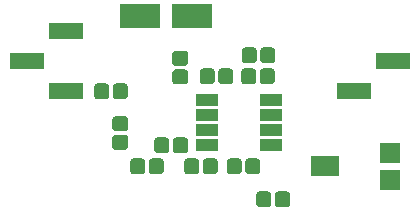
<source format=gbr>
G04 #@! TF.GenerationSoftware,KiCad,Pcbnew,5.0.0*
G04 #@! TF.CreationDate,2018-08-15T22:04:15+02:00*
G04 #@! TF.ProjectId,active_filter,6163746976655F66696C7465722E6B69,rev?*
G04 #@! TF.SameCoordinates,Original*
G04 #@! TF.FileFunction,Soldermask,Top*
G04 #@! TF.FilePolarity,Negative*
%FSLAX46Y46*%
G04 Gerber Fmt 4.6, Leading zero omitted, Abs format (unit mm)*
G04 Created by KiCad (PCBNEW 5.0.0) date Wed Aug 15 22:04:15 2018*
%MOMM*%
%LPD*%
G01*
G04 APERTURE LIST*
%ADD10R,1.950000X1.000000*%
%ADD11C,0.100000*%
%ADD12C,1.275000*%
%ADD13R,3.400000X2.000000*%
%ADD14R,2.910000X1.400000*%
%ADD15R,1.700000X1.700000*%
%ADD16R,2.400000X1.700000*%
G04 APERTURE END LIST*
D10*
G04 #@! TO.C,U1*
X35527000Y-32512000D03*
X35527000Y-33782000D03*
X35527000Y-35052000D03*
X35527000Y-36322000D03*
X40927000Y-36322000D03*
X40927000Y-35052000D03*
X40927000Y-33782000D03*
X40927000Y-32512000D03*
G04 #@! TD*
D11*
G04 #@! TO.C,C2*
G36*
X34588993Y-37426535D02*
X34619935Y-37431125D01*
X34650278Y-37438725D01*
X34679730Y-37449263D01*
X34708008Y-37462638D01*
X34734838Y-37478719D01*
X34759963Y-37497353D01*
X34783140Y-37518360D01*
X34804147Y-37541537D01*
X34822781Y-37566662D01*
X34838862Y-37593492D01*
X34852237Y-37621770D01*
X34862775Y-37651222D01*
X34870375Y-37681565D01*
X34874965Y-37712507D01*
X34876500Y-37743750D01*
X34876500Y-38456250D01*
X34874965Y-38487493D01*
X34870375Y-38518435D01*
X34862775Y-38548778D01*
X34852237Y-38578230D01*
X34838862Y-38606508D01*
X34822781Y-38633338D01*
X34804147Y-38658463D01*
X34783140Y-38681640D01*
X34759963Y-38702647D01*
X34734838Y-38721281D01*
X34708008Y-38737362D01*
X34679730Y-38750737D01*
X34650278Y-38761275D01*
X34619935Y-38768875D01*
X34588993Y-38773465D01*
X34557750Y-38775000D01*
X33920250Y-38775000D01*
X33889007Y-38773465D01*
X33858065Y-38768875D01*
X33827722Y-38761275D01*
X33798270Y-38750737D01*
X33769992Y-38737362D01*
X33743162Y-38721281D01*
X33718037Y-38702647D01*
X33694860Y-38681640D01*
X33673853Y-38658463D01*
X33655219Y-38633338D01*
X33639138Y-38606508D01*
X33625763Y-38578230D01*
X33615225Y-38548778D01*
X33607625Y-38518435D01*
X33603035Y-38487493D01*
X33601500Y-38456250D01*
X33601500Y-37743750D01*
X33603035Y-37712507D01*
X33607625Y-37681565D01*
X33615225Y-37651222D01*
X33625763Y-37621770D01*
X33639138Y-37593492D01*
X33655219Y-37566662D01*
X33673853Y-37541537D01*
X33694860Y-37518360D01*
X33718037Y-37497353D01*
X33743162Y-37478719D01*
X33769992Y-37462638D01*
X33798270Y-37449263D01*
X33827722Y-37438725D01*
X33858065Y-37431125D01*
X33889007Y-37426535D01*
X33920250Y-37425000D01*
X34557750Y-37425000D01*
X34588993Y-37426535D01*
X34588993Y-37426535D01*
G37*
D12*
X34239000Y-38100000D03*
D11*
G36*
X36163993Y-37426535D02*
X36194935Y-37431125D01*
X36225278Y-37438725D01*
X36254730Y-37449263D01*
X36283008Y-37462638D01*
X36309838Y-37478719D01*
X36334963Y-37497353D01*
X36358140Y-37518360D01*
X36379147Y-37541537D01*
X36397781Y-37566662D01*
X36413862Y-37593492D01*
X36427237Y-37621770D01*
X36437775Y-37651222D01*
X36445375Y-37681565D01*
X36449965Y-37712507D01*
X36451500Y-37743750D01*
X36451500Y-38456250D01*
X36449965Y-38487493D01*
X36445375Y-38518435D01*
X36437775Y-38548778D01*
X36427237Y-38578230D01*
X36413862Y-38606508D01*
X36397781Y-38633338D01*
X36379147Y-38658463D01*
X36358140Y-38681640D01*
X36334963Y-38702647D01*
X36309838Y-38721281D01*
X36283008Y-38737362D01*
X36254730Y-38750737D01*
X36225278Y-38761275D01*
X36194935Y-38768875D01*
X36163993Y-38773465D01*
X36132750Y-38775000D01*
X35495250Y-38775000D01*
X35464007Y-38773465D01*
X35433065Y-38768875D01*
X35402722Y-38761275D01*
X35373270Y-38750737D01*
X35344992Y-38737362D01*
X35318162Y-38721281D01*
X35293037Y-38702647D01*
X35269860Y-38681640D01*
X35248853Y-38658463D01*
X35230219Y-38633338D01*
X35214138Y-38606508D01*
X35200763Y-38578230D01*
X35190225Y-38548778D01*
X35182625Y-38518435D01*
X35178035Y-38487493D01*
X35176500Y-38456250D01*
X35176500Y-37743750D01*
X35178035Y-37712507D01*
X35182625Y-37681565D01*
X35190225Y-37651222D01*
X35200763Y-37621770D01*
X35214138Y-37593492D01*
X35230219Y-37566662D01*
X35248853Y-37541537D01*
X35269860Y-37518360D01*
X35293037Y-37497353D01*
X35318162Y-37478719D01*
X35344992Y-37462638D01*
X35373270Y-37449263D01*
X35402722Y-37438725D01*
X35433065Y-37431125D01*
X35464007Y-37426535D01*
X35495250Y-37425000D01*
X36132750Y-37425000D01*
X36163993Y-37426535D01*
X36163993Y-37426535D01*
G37*
D12*
X35814000Y-38100000D03*
G04 #@! TD*
D11*
G04 #@! TO.C,C0*
G36*
X26968993Y-31076535D02*
X26999935Y-31081125D01*
X27030278Y-31088725D01*
X27059730Y-31099263D01*
X27088008Y-31112638D01*
X27114838Y-31128719D01*
X27139963Y-31147353D01*
X27163140Y-31168360D01*
X27184147Y-31191537D01*
X27202781Y-31216662D01*
X27218862Y-31243492D01*
X27232237Y-31271770D01*
X27242775Y-31301222D01*
X27250375Y-31331565D01*
X27254965Y-31362507D01*
X27256500Y-31393750D01*
X27256500Y-32106250D01*
X27254965Y-32137493D01*
X27250375Y-32168435D01*
X27242775Y-32198778D01*
X27232237Y-32228230D01*
X27218862Y-32256508D01*
X27202781Y-32283338D01*
X27184147Y-32308463D01*
X27163140Y-32331640D01*
X27139963Y-32352647D01*
X27114838Y-32371281D01*
X27088008Y-32387362D01*
X27059730Y-32400737D01*
X27030278Y-32411275D01*
X26999935Y-32418875D01*
X26968993Y-32423465D01*
X26937750Y-32425000D01*
X26300250Y-32425000D01*
X26269007Y-32423465D01*
X26238065Y-32418875D01*
X26207722Y-32411275D01*
X26178270Y-32400737D01*
X26149992Y-32387362D01*
X26123162Y-32371281D01*
X26098037Y-32352647D01*
X26074860Y-32331640D01*
X26053853Y-32308463D01*
X26035219Y-32283338D01*
X26019138Y-32256508D01*
X26005763Y-32228230D01*
X25995225Y-32198778D01*
X25987625Y-32168435D01*
X25983035Y-32137493D01*
X25981500Y-32106250D01*
X25981500Y-31393750D01*
X25983035Y-31362507D01*
X25987625Y-31331565D01*
X25995225Y-31301222D01*
X26005763Y-31271770D01*
X26019138Y-31243492D01*
X26035219Y-31216662D01*
X26053853Y-31191537D01*
X26074860Y-31168360D01*
X26098037Y-31147353D01*
X26123162Y-31128719D01*
X26149992Y-31112638D01*
X26178270Y-31099263D01*
X26207722Y-31088725D01*
X26238065Y-31081125D01*
X26269007Y-31076535D01*
X26300250Y-31075000D01*
X26937750Y-31075000D01*
X26968993Y-31076535D01*
X26968993Y-31076535D01*
G37*
D12*
X26619000Y-31750000D03*
D11*
G36*
X28543993Y-31076535D02*
X28574935Y-31081125D01*
X28605278Y-31088725D01*
X28634730Y-31099263D01*
X28663008Y-31112638D01*
X28689838Y-31128719D01*
X28714963Y-31147353D01*
X28738140Y-31168360D01*
X28759147Y-31191537D01*
X28777781Y-31216662D01*
X28793862Y-31243492D01*
X28807237Y-31271770D01*
X28817775Y-31301222D01*
X28825375Y-31331565D01*
X28829965Y-31362507D01*
X28831500Y-31393750D01*
X28831500Y-32106250D01*
X28829965Y-32137493D01*
X28825375Y-32168435D01*
X28817775Y-32198778D01*
X28807237Y-32228230D01*
X28793862Y-32256508D01*
X28777781Y-32283338D01*
X28759147Y-32308463D01*
X28738140Y-32331640D01*
X28714963Y-32352647D01*
X28689838Y-32371281D01*
X28663008Y-32387362D01*
X28634730Y-32400737D01*
X28605278Y-32411275D01*
X28574935Y-32418875D01*
X28543993Y-32423465D01*
X28512750Y-32425000D01*
X27875250Y-32425000D01*
X27844007Y-32423465D01*
X27813065Y-32418875D01*
X27782722Y-32411275D01*
X27753270Y-32400737D01*
X27724992Y-32387362D01*
X27698162Y-32371281D01*
X27673037Y-32352647D01*
X27649860Y-32331640D01*
X27628853Y-32308463D01*
X27610219Y-32283338D01*
X27594138Y-32256508D01*
X27580763Y-32228230D01*
X27570225Y-32198778D01*
X27562625Y-32168435D01*
X27558035Y-32137493D01*
X27556500Y-32106250D01*
X27556500Y-31393750D01*
X27558035Y-31362507D01*
X27562625Y-31331565D01*
X27570225Y-31301222D01*
X27580763Y-31271770D01*
X27594138Y-31243492D01*
X27610219Y-31216662D01*
X27628853Y-31191537D01*
X27649860Y-31168360D01*
X27673037Y-31147353D01*
X27698162Y-31128719D01*
X27724992Y-31112638D01*
X27753270Y-31099263D01*
X27782722Y-31088725D01*
X27813065Y-31081125D01*
X27844007Y-31076535D01*
X27875250Y-31075000D01*
X28512750Y-31075000D01*
X28543993Y-31076535D01*
X28543993Y-31076535D01*
G37*
D12*
X28194000Y-31750000D03*
G04 #@! TD*
D11*
G04 #@! TO.C,C1*
G36*
X40710493Y-40220535D02*
X40741435Y-40225125D01*
X40771778Y-40232725D01*
X40801230Y-40243263D01*
X40829508Y-40256638D01*
X40856338Y-40272719D01*
X40881463Y-40291353D01*
X40904640Y-40312360D01*
X40925647Y-40335537D01*
X40944281Y-40360662D01*
X40960362Y-40387492D01*
X40973737Y-40415770D01*
X40984275Y-40445222D01*
X40991875Y-40475565D01*
X40996465Y-40506507D01*
X40998000Y-40537750D01*
X40998000Y-41250250D01*
X40996465Y-41281493D01*
X40991875Y-41312435D01*
X40984275Y-41342778D01*
X40973737Y-41372230D01*
X40960362Y-41400508D01*
X40944281Y-41427338D01*
X40925647Y-41452463D01*
X40904640Y-41475640D01*
X40881463Y-41496647D01*
X40856338Y-41515281D01*
X40829508Y-41531362D01*
X40801230Y-41544737D01*
X40771778Y-41555275D01*
X40741435Y-41562875D01*
X40710493Y-41567465D01*
X40679250Y-41569000D01*
X40041750Y-41569000D01*
X40010507Y-41567465D01*
X39979565Y-41562875D01*
X39949222Y-41555275D01*
X39919770Y-41544737D01*
X39891492Y-41531362D01*
X39864662Y-41515281D01*
X39839537Y-41496647D01*
X39816360Y-41475640D01*
X39795353Y-41452463D01*
X39776719Y-41427338D01*
X39760638Y-41400508D01*
X39747263Y-41372230D01*
X39736725Y-41342778D01*
X39729125Y-41312435D01*
X39724535Y-41281493D01*
X39723000Y-41250250D01*
X39723000Y-40537750D01*
X39724535Y-40506507D01*
X39729125Y-40475565D01*
X39736725Y-40445222D01*
X39747263Y-40415770D01*
X39760638Y-40387492D01*
X39776719Y-40360662D01*
X39795353Y-40335537D01*
X39816360Y-40312360D01*
X39839537Y-40291353D01*
X39864662Y-40272719D01*
X39891492Y-40256638D01*
X39919770Y-40243263D01*
X39949222Y-40232725D01*
X39979565Y-40225125D01*
X40010507Y-40220535D01*
X40041750Y-40219000D01*
X40679250Y-40219000D01*
X40710493Y-40220535D01*
X40710493Y-40220535D01*
G37*
D12*
X40360500Y-40894000D03*
D11*
G36*
X42285493Y-40220535D02*
X42316435Y-40225125D01*
X42346778Y-40232725D01*
X42376230Y-40243263D01*
X42404508Y-40256638D01*
X42431338Y-40272719D01*
X42456463Y-40291353D01*
X42479640Y-40312360D01*
X42500647Y-40335537D01*
X42519281Y-40360662D01*
X42535362Y-40387492D01*
X42548737Y-40415770D01*
X42559275Y-40445222D01*
X42566875Y-40475565D01*
X42571465Y-40506507D01*
X42573000Y-40537750D01*
X42573000Y-41250250D01*
X42571465Y-41281493D01*
X42566875Y-41312435D01*
X42559275Y-41342778D01*
X42548737Y-41372230D01*
X42535362Y-41400508D01*
X42519281Y-41427338D01*
X42500647Y-41452463D01*
X42479640Y-41475640D01*
X42456463Y-41496647D01*
X42431338Y-41515281D01*
X42404508Y-41531362D01*
X42376230Y-41544737D01*
X42346778Y-41555275D01*
X42316435Y-41562875D01*
X42285493Y-41567465D01*
X42254250Y-41569000D01*
X41616750Y-41569000D01*
X41585507Y-41567465D01*
X41554565Y-41562875D01*
X41524222Y-41555275D01*
X41494770Y-41544737D01*
X41466492Y-41531362D01*
X41439662Y-41515281D01*
X41414537Y-41496647D01*
X41391360Y-41475640D01*
X41370353Y-41452463D01*
X41351719Y-41427338D01*
X41335638Y-41400508D01*
X41322263Y-41372230D01*
X41311725Y-41342778D01*
X41304125Y-41312435D01*
X41299535Y-41281493D01*
X41298000Y-41250250D01*
X41298000Y-40537750D01*
X41299535Y-40506507D01*
X41304125Y-40475565D01*
X41311725Y-40445222D01*
X41322263Y-40415770D01*
X41335638Y-40387492D01*
X41351719Y-40360662D01*
X41370353Y-40335537D01*
X41391360Y-40312360D01*
X41414537Y-40291353D01*
X41439662Y-40272719D01*
X41466492Y-40256638D01*
X41494770Y-40243263D01*
X41524222Y-40232725D01*
X41554565Y-40225125D01*
X41585507Y-40220535D01*
X41616750Y-40219000D01*
X42254250Y-40219000D01*
X42285493Y-40220535D01*
X42285493Y-40220535D01*
G37*
D12*
X41935500Y-40894000D03*
G04 #@! TD*
D13*
G04 #@! TO.C,C10*
X34290000Y-25400000D03*
X29890000Y-25400000D03*
G04 #@! TD*
D11*
G04 #@! TO.C,C11*
G36*
X40989993Y-29806535D02*
X41020935Y-29811125D01*
X41051278Y-29818725D01*
X41080730Y-29829263D01*
X41109008Y-29842638D01*
X41135838Y-29858719D01*
X41160963Y-29877353D01*
X41184140Y-29898360D01*
X41205147Y-29921537D01*
X41223781Y-29946662D01*
X41239862Y-29973492D01*
X41253237Y-30001770D01*
X41263775Y-30031222D01*
X41271375Y-30061565D01*
X41275965Y-30092507D01*
X41277500Y-30123750D01*
X41277500Y-30836250D01*
X41275965Y-30867493D01*
X41271375Y-30898435D01*
X41263775Y-30928778D01*
X41253237Y-30958230D01*
X41239862Y-30986508D01*
X41223781Y-31013338D01*
X41205147Y-31038463D01*
X41184140Y-31061640D01*
X41160963Y-31082647D01*
X41135838Y-31101281D01*
X41109008Y-31117362D01*
X41080730Y-31130737D01*
X41051278Y-31141275D01*
X41020935Y-31148875D01*
X40989993Y-31153465D01*
X40958750Y-31155000D01*
X40321250Y-31155000D01*
X40290007Y-31153465D01*
X40259065Y-31148875D01*
X40228722Y-31141275D01*
X40199270Y-31130737D01*
X40170992Y-31117362D01*
X40144162Y-31101281D01*
X40119037Y-31082647D01*
X40095860Y-31061640D01*
X40074853Y-31038463D01*
X40056219Y-31013338D01*
X40040138Y-30986508D01*
X40026763Y-30958230D01*
X40016225Y-30928778D01*
X40008625Y-30898435D01*
X40004035Y-30867493D01*
X40002500Y-30836250D01*
X40002500Y-30123750D01*
X40004035Y-30092507D01*
X40008625Y-30061565D01*
X40016225Y-30031222D01*
X40026763Y-30001770D01*
X40040138Y-29973492D01*
X40056219Y-29946662D01*
X40074853Y-29921537D01*
X40095860Y-29898360D01*
X40119037Y-29877353D01*
X40144162Y-29858719D01*
X40170992Y-29842638D01*
X40199270Y-29829263D01*
X40228722Y-29818725D01*
X40259065Y-29811125D01*
X40290007Y-29806535D01*
X40321250Y-29805000D01*
X40958750Y-29805000D01*
X40989993Y-29806535D01*
X40989993Y-29806535D01*
G37*
D12*
X40640000Y-30480000D03*
D11*
G36*
X39414993Y-29806535D02*
X39445935Y-29811125D01*
X39476278Y-29818725D01*
X39505730Y-29829263D01*
X39534008Y-29842638D01*
X39560838Y-29858719D01*
X39585963Y-29877353D01*
X39609140Y-29898360D01*
X39630147Y-29921537D01*
X39648781Y-29946662D01*
X39664862Y-29973492D01*
X39678237Y-30001770D01*
X39688775Y-30031222D01*
X39696375Y-30061565D01*
X39700965Y-30092507D01*
X39702500Y-30123750D01*
X39702500Y-30836250D01*
X39700965Y-30867493D01*
X39696375Y-30898435D01*
X39688775Y-30928778D01*
X39678237Y-30958230D01*
X39664862Y-30986508D01*
X39648781Y-31013338D01*
X39630147Y-31038463D01*
X39609140Y-31061640D01*
X39585963Y-31082647D01*
X39560838Y-31101281D01*
X39534008Y-31117362D01*
X39505730Y-31130737D01*
X39476278Y-31141275D01*
X39445935Y-31148875D01*
X39414993Y-31153465D01*
X39383750Y-31155000D01*
X38746250Y-31155000D01*
X38715007Y-31153465D01*
X38684065Y-31148875D01*
X38653722Y-31141275D01*
X38624270Y-31130737D01*
X38595992Y-31117362D01*
X38569162Y-31101281D01*
X38544037Y-31082647D01*
X38520860Y-31061640D01*
X38499853Y-31038463D01*
X38481219Y-31013338D01*
X38465138Y-30986508D01*
X38451763Y-30958230D01*
X38441225Y-30928778D01*
X38433625Y-30898435D01*
X38429035Y-30867493D01*
X38427500Y-30836250D01*
X38427500Y-30123750D01*
X38429035Y-30092507D01*
X38433625Y-30061565D01*
X38441225Y-30031222D01*
X38451763Y-30001770D01*
X38465138Y-29973492D01*
X38481219Y-29946662D01*
X38499853Y-29921537D01*
X38520860Y-29898360D01*
X38544037Y-29877353D01*
X38569162Y-29858719D01*
X38595992Y-29842638D01*
X38624270Y-29829263D01*
X38653722Y-29818725D01*
X38684065Y-29811125D01*
X38715007Y-29806535D01*
X38746250Y-29805000D01*
X39383750Y-29805000D01*
X39414993Y-29806535D01*
X39414993Y-29806535D01*
G37*
D12*
X39065000Y-30480000D03*
G04 #@! TD*
D11*
G04 #@! TO.C,C12*
G36*
X41040993Y-28028535D02*
X41071935Y-28033125D01*
X41102278Y-28040725D01*
X41131730Y-28051263D01*
X41160008Y-28064638D01*
X41186838Y-28080719D01*
X41211963Y-28099353D01*
X41235140Y-28120360D01*
X41256147Y-28143537D01*
X41274781Y-28168662D01*
X41290862Y-28195492D01*
X41304237Y-28223770D01*
X41314775Y-28253222D01*
X41322375Y-28283565D01*
X41326965Y-28314507D01*
X41328500Y-28345750D01*
X41328500Y-29058250D01*
X41326965Y-29089493D01*
X41322375Y-29120435D01*
X41314775Y-29150778D01*
X41304237Y-29180230D01*
X41290862Y-29208508D01*
X41274781Y-29235338D01*
X41256147Y-29260463D01*
X41235140Y-29283640D01*
X41211963Y-29304647D01*
X41186838Y-29323281D01*
X41160008Y-29339362D01*
X41131730Y-29352737D01*
X41102278Y-29363275D01*
X41071935Y-29370875D01*
X41040993Y-29375465D01*
X41009750Y-29377000D01*
X40372250Y-29377000D01*
X40341007Y-29375465D01*
X40310065Y-29370875D01*
X40279722Y-29363275D01*
X40250270Y-29352737D01*
X40221992Y-29339362D01*
X40195162Y-29323281D01*
X40170037Y-29304647D01*
X40146860Y-29283640D01*
X40125853Y-29260463D01*
X40107219Y-29235338D01*
X40091138Y-29208508D01*
X40077763Y-29180230D01*
X40067225Y-29150778D01*
X40059625Y-29120435D01*
X40055035Y-29089493D01*
X40053500Y-29058250D01*
X40053500Y-28345750D01*
X40055035Y-28314507D01*
X40059625Y-28283565D01*
X40067225Y-28253222D01*
X40077763Y-28223770D01*
X40091138Y-28195492D01*
X40107219Y-28168662D01*
X40125853Y-28143537D01*
X40146860Y-28120360D01*
X40170037Y-28099353D01*
X40195162Y-28080719D01*
X40221992Y-28064638D01*
X40250270Y-28051263D01*
X40279722Y-28040725D01*
X40310065Y-28033125D01*
X40341007Y-28028535D01*
X40372250Y-28027000D01*
X41009750Y-28027000D01*
X41040993Y-28028535D01*
X41040993Y-28028535D01*
G37*
D12*
X40691000Y-28702000D03*
D11*
G36*
X39465993Y-28028535D02*
X39496935Y-28033125D01*
X39527278Y-28040725D01*
X39556730Y-28051263D01*
X39585008Y-28064638D01*
X39611838Y-28080719D01*
X39636963Y-28099353D01*
X39660140Y-28120360D01*
X39681147Y-28143537D01*
X39699781Y-28168662D01*
X39715862Y-28195492D01*
X39729237Y-28223770D01*
X39739775Y-28253222D01*
X39747375Y-28283565D01*
X39751965Y-28314507D01*
X39753500Y-28345750D01*
X39753500Y-29058250D01*
X39751965Y-29089493D01*
X39747375Y-29120435D01*
X39739775Y-29150778D01*
X39729237Y-29180230D01*
X39715862Y-29208508D01*
X39699781Y-29235338D01*
X39681147Y-29260463D01*
X39660140Y-29283640D01*
X39636963Y-29304647D01*
X39611838Y-29323281D01*
X39585008Y-29339362D01*
X39556730Y-29352737D01*
X39527278Y-29363275D01*
X39496935Y-29370875D01*
X39465993Y-29375465D01*
X39434750Y-29377000D01*
X38797250Y-29377000D01*
X38766007Y-29375465D01*
X38735065Y-29370875D01*
X38704722Y-29363275D01*
X38675270Y-29352737D01*
X38646992Y-29339362D01*
X38620162Y-29323281D01*
X38595037Y-29304647D01*
X38571860Y-29283640D01*
X38550853Y-29260463D01*
X38532219Y-29235338D01*
X38516138Y-29208508D01*
X38502763Y-29180230D01*
X38492225Y-29150778D01*
X38484625Y-29120435D01*
X38480035Y-29089493D01*
X38478500Y-29058250D01*
X38478500Y-28345750D01*
X38480035Y-28314507D01*
X38484625Y-28283565D01*
X38492225Y-28253222D01*
X38502763Y-28223770D01*
X38516138Y-28195492D01*
X38532219Y-28168662D01*
X38550853Y-28143537D01*
X38571860Y-28120360D01*
X38595037Y-28099353D01*
X38620162Y-28080719D01*
X38646992Y-28064638D01*
X38675270Y-28051263D01*
X38704722Y-28040725D01*
X38735065Y-28033125D01*
X38766007Y-28028535D01*
X38797250Y-28027000D01*
X39434750Y-28027000D01*
X39465993Y-28028535D01*
X39465993Y-28028535D01*
G37*
D12*
X39116000Y-28702000D03*
G04 #@! TD*
D11*
G04 #@! TO.C,C13*
G36*
X37484993Y-29806535D02*
X37515935Y-29811125D01*
X37546278Y-29818725D01*
X37575730Y-29829263D01*
X37604008Y-29842638D01*
X37630838Y-29858719D01*
X37655963Y-29877353D01*
X37679140Y-29898360D01*
X37700147Y-29921537D01*
X37718781Y-29946662D01*
X37734862Y-29973492D01*
X37748237Y-30001770D01*
X37758775Y-30031222D01*
X37766375Y-30061565D01*
X37770965Y-30092507D01*
X37772500Y-30123750D01*
X37772500Y-30836250D01*
X37770965Y-30867493D01*
X37766375Y-30898435D01*
X37758775Y-30928778D01*
X37748237Y-30958230D01*
X37734862Y-30986508D01*
X37718781Y-31013338D01*
X37700147Y-31038463D01*
X37679140Y-31061640D01*
X37655963Y-31082647D01*
X37630838Y-31101281D01*
X37604008Y-31117362D01*
X37575730Y-31130737D01*
X37546278Y-31141275D01*
X37515935Y-31148875D01*
X37484993Y-31153465D01*
X37453750Y-31155000D01*
X36816250Y-31155000D01*
X36785007Y-31153465D01*
X36754065Y-31148875D01*
X36723722Y-31141275D01*
X36694270Y-31130737D01*
X36665992Y-31117362D01*
X36639162Y-31101281D01*
X36614037Y-31082647D01*
X36590860Y-31061640D01*
X36569853Y-31038463D01*
X36551219Y-31013338D01*
X36535138Y-30986508D01*
X36521763Y-30958230D01*
X36511225Y-30928778D01*
X36503625Y-30898435D01*
X36499035Y-30867493D01*
X36497500Y-30836250D01*
X36497500Y-30123750D01*
X36499035Y-30092507D01*
X36503625Y-30061565D01*
X36511225Y-30031222D01*
X36521763Y-30001770D01*
X36535138Y-29973492D01*
X36551219Y-29946662D01*
X36569853Y-29921537D01*
X36590860Y-29898360D01*
X36614037Y-29877353D01*
X36639162Y-29858719D01*
X36665992Y-29842638D01*
X36694270Y-29829263D01*
X36723722Y-29818725D01*
X36754065Y-29811125D01*
X36785007Y-29806535D01*
X36816250Y-29805000D01*
X37453750Y-29805000D01*
X37484993Y-29806535D01*
X37484993Y-29806535D01*
G37*
D12*
X37135000Y-30480000D03*
D11*
G36*
X35909993Y-29806535D02*
X35940935Y-29811125D01*
X35971278Y-29818725D01*
X36000730Y-29829263D01*
X36029008Y-29842638D01*
X36055838Y-29858719D01*
X36080963Y-29877353D01*
X36104140Y-29898360D01*
X36125147Y-29921537D01*
X36143781Y-29946662D01*
X36159862Y-29973492D01*
X36173237Y-30001770D01*
X36183775Y-30031222D01*
X36191375Y-30061565D01*
X36195965Y-30092507D01*
X36197500Y-30123750D01*
X36197500Y-30836250D01*
X36195965Y-30867493D01*
X36191375Y-30898435D01*
X36183775Y-30928778D01*
X36173237Y-30958230D01*
X36159862Y-30986508D01*
X36143781Y-31013338D01*
X36125147Y-31038463D01*
X36104140Y-31061640D01*
X36080963Y-31082647D01*
X36055838Y-31101281D01*
X36029008Y-31117362D01*
X36000730Y-31130737D01*
X35971278Y-31141275D01*
X35940935Y-31148875D01*
X35909993Y-31153465D01*
X35878750Y-31155000D01*
X35241250Y-31155000D01*
X35210007Y-31153465D01*
X35179065Y-31148875D01*
X35148722Y-31141275D01*
X35119270Y-31130737D01*
X35090992Y-31117362D01*
X35064162Y-31101281D01*
X35039037Y-31082647D01*
X35015860Y-31061640D01*
X34994853Y-31038463D01*
X34976219Y-31013338D01*
X34960138Y-30986508D01*
X34946763Y-30958230D01*
X34936225Y-30928778D01*
X34928625Y-30898435D01*
X34924035Y-30867493D01*
X34922500Y-30836250D01*
X34922500Y-30123750D01*
X34924035Y-30092507D01*
X34928625Y-30061565D01*
X34936225Y-30031222D01*
X34946763Y-30001770D01*
X34960138Y-29973492D01*
X34976219Y-29946662D01*
X34994853Y-29921537D01*
X35015860Y-29898360D01*
X35039037Y-29877353D01*
X35064162Y-29858719D01*
X35090992Y-29842638D01*
X35119270Y-29829263D01*
X35148722Y-29818725D01*
X35179065Y-29811125D01*
X35210007Y-29806535D01*
X35241250Y-29805000D01*
X35878750Y-29805000D01*
X35909993Y-29806535D01*
X35909993Y-29806535D01*
G37*
D12*
X35560000Y-30480000D03*
G04 #@! TD*
D14*
G04 #@! TO.C,J1*
X20320000Y-29210000D03*
X23630000Y-26670000D03*
X23630000Y-31750000D03*
G04 #@! TD*
G04 #@! TO.C,J2*
X48006000Y-31750000D03*
X51316000Y-29210000D03*
G04 #@! TD*
D11*
G04 #@! TO.C,R1*
G36*
X28581493Y-35432035D02*
X28612435Y-35436625D01*
X28642778Y-35444225D01*
X28672230Y-35454763D01*
X28700508Y-35468138D01*
X28727338Y-35484219D01*
X28752463Y-35502853D01*
X28775640Y-35523860D01*
X28796647Y-35547037D01*
X28815281Y-35572162D01*
X28831362Y-35598992D01*
X28844737Y-35627270D01*
X28855275Y-35656722D01*
X28862875Y-35687065D01*
X28867465Y-35718007D01*
X28869000Y-35749250D01*
X28869000Y-36386750D01*
X28867465Y-36417993D01*
X28862875Y-36448935D01*
X28855275Y-36479278D01*
X28844737Y-36508730D01*
X28831362Y-36537008D01*
X28815281Y-36563838D01*
X28796647Y-36588963D01*
X28775640Y-36612140D01*
X28752463Y-36633147D01*
X28727338Y-36651781D01*
X28700508Y-36667862D01*
X28672230Y-36681237D01*
X28642778Y-36691775D01*
X28612435Y-36699375D01*
X28581493Y-36703965D01*
X28550250Y-36705500D01*
X27837750Y-36705500D01*
X27806507Y-36703965D01*
X27775565Y-36699375D01*
X27745222Y-36691775D01*
X27715770Y-36681237D01*
X27687492Y-36667862D01*
X27660662Y-36651781D01*
X27635537Y-36633147D01*
X27612360Y-36612140D01*
X27591353Y-36588963D01*
X27572719Y-36563838D01*
X27556638Y-36537008D01*
X27543263Y-36508730D01*
X27532725Y-36479278D01*
X27525125Y-36448935D01*
X27520535Y-36417993D01*
X27519000Y-36386750D01*
X27519000Y-35749250D01*
X27520535Y-35718007D01*
X27525125Y-35687065D01*
X27532725Y-35656722D01*
X27543263Y-35627270D01*
X27556638Y-35598992D01*
X27572719Y-35572162D01*
X27591353Y-35547037D01*
X27612360Y-35523860D01*
X27635537Y-35502853D01*
X27660662Y-35484219D01*
X27687492Y-35468138D01*
X27715770Y-35454763D01*
X27745222Y-35444225D01*
X27775565Y-35436625D01*
X27806507Y-35432035D01*
X27837750Y-35430500D01*
X28550250Y-35430500D01*
X28581493Y-35432035D01*
X28581493Y-35432035D01*
G37*
D12*
X28194000Y-36068000D03*
D11*
G36*
X28581493Y-33857035D02*
X28612435Y-33861625D01*
X28642778Y-33869225D01*
X28672230Y-33879763D01*
X28700508Y-33893138D01*
X28727338Y-33909219D01*
X28752463Y-33927853D01*
X28775640Y-33948860D01*
X28796647Y-33972037D01*
X28815281Y-33997162D01*
X28831362Y-34023992D01*
X28844737Y-34052270D01*
X28855275Y-34081722D01*
X28862875Y-34112065D01*
X28867465Y-34143007D01*
X28869000Y-34174250D01*
X28869000Y-34811750D01*
X28867465Y-34842993D01*
X28862875Y-34873935D01*
X28855275Y-34904278D01*
X28844737Y-34933730D01*
X28831362Y-34962008D01*
X28815281Y-34988838D01*
X28796647Y-35013963D01*
X28775640Y-35037140D01*
X28752463Y-35058147D01*
X28727338Y-35076781D01*
X28700508Y-35092862D01*
X28672230Y-35106237D01*
X28642778Y-35116775D01*
X28612435Y-35124375D01*
X28581493Y-35128965D01*
X28550250Y-35130500D01*
X27837750Y-35130500D01*
X27806507Y-35128965D01*
X27775565Y-35124375D01*
X27745222Y-35116775D01*
X27715770Y-35106237D01*
X27687492Y-35092862D01*
X27660662Y-35076781D01*
X27635537Y-35058147D01*
X27612360Y-35037140D01*
X27591353Y-35013963D01*
X27572719Y-34988838D01*
X27556638Y-34962008D01*
X27543263Y-34933730D01*
X27532725Y-34904278D01*
X27525125Y-34873935D01*
X27520535Y-34842993D01*
X27519000Y-34811750D01*
X27519000Y-34174250D01*
X27520535Y-34143007D01*
X27525125Y-34112065D01*
X27532725Y-34081722D01*
X27543263Y-34052270D01*
X27556638Y-34023992D01*
X27572719Y-33997162D01*
X27591353Y-33972037D01*
X27612360Y-33948860D01*
X27635537Y-33927853D01*
X27660662Y-33909219D01*
X27687492Y-33893138D01*
X27715770Y-33879763D01*
X27745222Y-33869225D01*
X27775565Y-33861625D01*
X27806507Y-33857035D01*
X27837750Y-33855500D01*
X28550250Y-33855500D01*
X28581493Y-33857035D01*
X28581493Y-33857035D01*
G37*
D12*
X28194000Y-34493000D03*
G04 #@! TD*
D11*
G04 #@! TO.C,R2*
G36*
X30016993Y-37426535D02*
X30047935Y-37431125D01*
X30078278Y-37438725D01*
X30107730Y-37449263D01*
X30136008Y-37462638D01*
X30162838Y-37478719D01*
X30187963Y-37497353D01*
X30211140Y-37518360D01*
X30232147Y-37541537D01*
X30250781Y-37566662D01*
X30266862Y-37593492D01*
X30280237Y-37621770D01*
X30290775Y-37651222D01*
X30298375Y-37681565D01*
X30302965Y-37712507D01*
X30304500Y-37743750D01*
X30304500Y-38456250D01*
X30302965Y-38487493D01*
X30298375Y-38518435D01*
X30290775Y-38548778D01*
X30280237Y-38578230D01*
X30266862Y-38606508D01*
X30250781Y-38633338D01*
X30232147Y-38658463D01*
X30211140Y-38681640D01*
X30187963Y-38702647D01*
X30162838Y-38721281D01*
X30136008Y-38737362D01*
X30107730Y-38750737D01*
X30078278Y-38761275D01*
X30047935Y-38768875D01*
X30016993Y-38773465D01*
X29985750Y-38775000D01*
X29348250Y-38775000D01*
X29317007Y-38773465D01*
X29286065Y-38768875D01*
X29255722Y-38761275D01*
X29226270Y-38750737D01*
X29197992Y-38737362D01*
X29171162Y-38721281D01*
X29146037Y-38702647D01*
X29122860Y-38681640D01*
X29101853Y-38658463D01*
X29083219Y-38633338D01*
X29067138Y-38606508D01*
X29053763Y-38578230D01*
X29043225Y-38548778D01*
X29035625Y-38518435D01*
X29031035Y-38487493D01*
X29029500Y-38456250D01*
X29029500Y-37743750D01*
X29031035Y-37712507D01*
X29035625Y-37681565D01*
X29043225Y-37651222D01*
X29053763Y-37621770D01*
X29067138Y-37593492D01*
X29083219Y-37566662D01*
X29101853Y-37541537D01*
X29122860Y-37518360D01*
X29146037Y-37497353D01*
X29171162Y-37478719D01*
X29197992Y-37462638D01*
X29226270Y-37449263D01*
X29255722Y-37438725D01*
X29286065Y-37431125D01*
X29317007Y-37426535D01*
X29348250Y-37425000D01*
X29985750Y-37425000D01*
X30016993Y-37426535D01*
X30016993Y-37426535D01*
G37*
D12*
X29667000Y-38100000D03*
D11*
G36*
X31591993Y-37426535D02*
X31622935Y-37431125D01*
X31653278Y-37438725D01*
X31682730Y-37449263D01*
X31711008Y-37462638D01*
X31737838Y-37478719D01*
X31762963Y-37497353D01*
X31786140Y-37518360D01*
X31807147Y-37541537D01*
X31825781Y-37566662D01*
X31841862Y-37593492D01*
X31855237Y-37621770D01*
X31865775Y-37651222D01*
X31873375Y-37681565D01*
X31877965Y-37712507D01*
X31879500Y-37743750D01*
X31879500Y-38456250D01*
X31877965Y-38487493D01*
X31873375Y-38518435D01*
X31865775Y-38548778D01*
X31855237Y-38578230D01*
X31841862Y-38606508D01*
X31825781Y-38633338D01*
X31807147Y-38658463D01*
X31786140Y-38681640D01*
X31762963Y-38702647D01*
X31737838Y-38721281D01*
X31711008Y-38737362D01*
X31682730Y-38750737D01*
X31653278Y-38761275D01*
X31622935Y-38768875D01*
X31591993Y-38773465D01*
X31560750Y-38775000D01*
X30923250Y-38775000D01*
X30892007Y-38773465D01*
X30861065Y-38768875D01*
X30830722Y-38761275D01*
X30801270Y-38750737D01*
X30772992Y-38737362D01*
X30746162Y-38721281D01*
X30721037Y-38702647D01*
X30697860Y-38681640D01*
X30676853Y-38658463D01*
X30658219Y-38633338D01*
X30642138Y-38606508D01*
X30628763Y-38578230D01*
X30618225Y-38548778D01*
X30610625Y-38518435D01*
X30606035Y-38487493D01*
X30604500Y-38456250D01*
X30604500Y-37743750D01*
X30606035Y-37712507D01*
X30610625Y-37681565D01*
X30618225Y-37651222D01*
X30628763Y-37621770D01*
X30642138Y-37593492D01*
X30658219Y-37566662D01*
X30676853Y-37541537D01*
X30697860Y-37518360D01*
X30721037Y-37497353D01*
X30746162Y-37478719D01*
X30772992Y-37462638D01*
X30801270Y-37449263D01*
X30830722Y-37438725D01*
X30861065Y-37431125D01*
X30892007Y-37426535D01*
X30923250Y-37425000D01*
X31560750Y-37425000D01*
X31591993Y-37426535D01*
X31591993Y-37426535D01*
G37*
D12*
X31242000Y-38100000D03*
G04 #@! TD*
D11*
G04 #@! TO.C,R3*
G36*
X39770993Y-37426535D02*
X39801935Y-37431125D01*
X39832278Y-37438725D01*
X39861730Y-37449263D01*
X39890008Y-37462638D01*
X39916838Y-37478719D01*
X39941963Y-37497353D01*
X39965140Y-37518360D01*
X39986147Y-37541537D01*
X40004781Y-37566662D01*
X40020862Y-37593492D01*
X40034237Y-37621770D01*
X40044775Y-37651222D01*
X40052375Y-37681565D01*
X40056965Y-37712507D01*
X40058500Y-37743750D01*
X40058500Y-38456250D01*
X40056965Y-38487493D01*
X40052375Y-38518435D01*
X40044775Y-38548778D01*
X40034237Y-38578230D01*
X40020862Y-38606508D01*
X40004781Y-38633338D01*
X39986147Y-38658463D01*
X39965140Y-38681640D01*
X39941963Y-38702647D01*
X39916838Y-38721281D01*
X39890008Y-38737362D01*
X39861730Y-38750737D01*
X39832278Y-38761275D01*
X39801935Y-38768875D01*
X39770993Y-38773465D01*
X39739750Y-38775000D01*
X39102250Y-38775000D01*
X39071007Y-38773465D01*
X39040065Y-38768875D01*
X39009722Y-38761275D01*
X38980270Y-38750737D01*
X38951992Y-38737362D01*
X38925162Y-38721281D01*
X38900037Y-38702647D01*
X38876860Y-38681640D01*
X38855853Y-38658463D01*
X38837219Y-38633338D01*
X38821138Y-38606508D01*
X38807763Y-38578230D01*
X38797225Y-38548778D01*
X38789625Y-38518435D01*
X38785035Y-38487493D01*
X38783500Y-38456250D01*
X38783500Y-37743750D01*
X38785035Y-37712507D01*
X38789625Y-37681565D01*
X38797225Y-37651222D01*
X38807763Y-37621770D01*
X38821138Y-37593492D01*
X38837219Y-37566662D01*
X38855853Y-37541537D01*
X38876860Y-37518360D01*
X38900037Y-37497353D01*
X38925162Y-37478719D01*
X38951992Y-37462638D01*
X38980270Y-37449263D01*
X39009722Y-37438725D01*
X39040065Y-37431125D01*
X39071007Y-37426535D01*
X39102250Y-37425000D01*
X39739750Y-37425000D01*
X39770993Y-37426535D01*
X39770993Y-37426535D01*
G37*
D12*
X39421000Y-38100000D03*
D11*
G36*
X38195993Y-37426535D02*
X38226935Y-37431125D01*
X38257278Y-37438725D01*
X38286730Y-37449263D01*
X38315008Y-37462638D01*
X38341838Y-37478719D01*
X38366963Y-37497353D01*
X38390140Y-37518360D01*
X38411147Y-37541537D01*
X38429781Y-37566662D01*
X38445862Y-37593492D01*
X38459237Y-37621770D01*
X38469775Y-37651222D01*
X38477375Y-37681565D01*
X38481965Y-37712507D01*
X38483500Y-37743750D01*
X38483500Y-38456250D01*
X38481965Y-38487493D01*
X38477375Y-38518435D01*
X38469775Y-38548778D01*
X38459237Y-38578230D01*
X38445862Y-38606508D01*
X38429781Y-38633338D01*
X38411147Y-38658463D01*
X38390140Y-38681640D01*
X38366963Y-38702647D01*
X38341838Y-38721281D01*
X38315008Y-38737362D01*
X38286730Y-38750737D01*
X38257278Y-38761275D01*
X38226935Y-38768875D01*
X38195993Y-38773465D01*
X38164750Y-38775000D01*
X37527250Y-38775000D01*
X37496007Y-38773465D01*
X37465065Y-38768875D01*
X37434722Y-38761275D01*
X37405270Y-38750737D01*
X37376992Y-38737362D01*
X37350162Y-38721281D01*
X37325037Y-38702647D01*
X37301860Y-38681640D01*
X37280853Y-38658463D01*
X37262219Y-38633338D01*
X37246138Y-38606508D01*
X37232763Y-38578230D01*
X37222225Y-38548778D01*
X37214625Y-38518435D01*
X37210035Y-38487493D01*
X37208500Y-38456250D01*
X37208500Y-37743750D01*
X37210035Y-37712507D01*
X37214625Y-37681565D01*
X37222225Y-37651222D01*
X37232763Y-37621770D01*
X37246138Y-37593492D01*
X37262219Y-37566662D01*
X37280853Y-37541537D01*
X37301860Y-37518360D01*
X37325037Y-37497353D01*
X37350162Y-37478719D01*
X37376992Y-37462638D01*
X37405270Y-37449263D01*
X37434722Y-37438725D01*
X37465065Y-37431125D01*
X37496007Y-37426535D01*
X37527250Y-37425000D01*
X38164750Y-37425000D01*
X38195993Y-37426535D01*
X38195993Y-37426535D01*
G37*
D12*
X37846000Y-38100000D03*
G04 #@! TD*
D11*
G04 #@! TO.C,R5*
G36*
X33661493Y-28320035D02*
X33692435Y-28324625D01*
X33722778Y-28332225D01*
X33752230Y-28342763D01*
X33780508Y-28356138D01*
X33807338Y-28372219D01*
X33832463Y-28390853D01*
X33855640Y-28411860D01*
X33876647Y-28435037D01*
X33895281Y-28460162D01*
X33911362Y-28486992D01*
X33924737Y-28515270D01*
X33935275Y-28544722D01*
X33942875Y-28575065D01*
X33947465Y-28606007D01*
X33949000Y-28637250D01*
X33949000Y-29274750D01*
X33947465Y-29305993D01*
X33942875Y-29336935D01*
X33935275Y-29367278D01*
X33924737Y-29396730D01*
X33911362Y-29425008D01*
X33895281Y-29451838D01*
X33876647Y-29476963D01*
X33855640Y-29500140D01*
X33832463Y-29521147D01*
X33807338Y-29539781D01*
X33780508Y-29555862D01*
X33752230Y-29569237D01*
X33722778Y-29579775D01*
X33692435Y-29587375D01*
X33661493Y-29591965D01*
X33630250Y-29593500D01*
X32917750Y-29593500D01*
X32886507Y-29591965D01*
X32855565Y-29587375D01*
X32825222Y-29579775D01*
X32795770Y-29569237D01*
X32767492Y-29555862D01*
X32740662Y-29539781D01*
X32715537Y-29521147D01*
X32692360Y-29500140D01*
X32671353Y-29476963D01*
X32652719Y-29451838D01*
X32636638Y-29425008D01*
X32623263Y-29396730D01*
X32612725Y-29367278D01*
X32605125Y-29336935D01*
X32600535Y-29305993D01*
X32599000Y-29274750D01*
X32599000Y-28637250D01*
X32600535Y-28606007D01*
X32605125Y-28575065D01*
X32612725Y-28544722D01*
X32623263Y-28515270D01*
X32636638Y-28486992D01*
X32652719Y-28460162D01*
X32671353Y-28435037D01*
X32692360Y-28411860D01*
X32715537Y-28390853D01*
X32740662Y-28372219D01*
X32767492Y-28356138D01*
X32795770Y-28342763D01*
X32825222Y-28332225D01*
X32855565Y-28324625D01*
X32886507Y-28320035D01*
X32917750Y-28318500D01*
X33630250Y-28318500D01*
X33661493Y-28320035D01*
X33661493Y-28320035D01*
G37*
D12*
X33274000Y-28956000D03*
D11*
G36*
X33661493Y-29895035D02*
X33692435Y-29899625D01*
X33722778Y-29907225D01*
X33752230Y-29917763D01*
X33780508Y-29931138D01*
X33807338Y-29947219D01*
X33832463Y-29965853D01*
X33855640Y-29986860D01*
X33876647Y-30010037D01*
X33895281Y-30035162D01*
X33911362Y-30061992D01*
X33924737Y-30090270D01*
X33935275Y-30119722D01*
X33942875Y-30150065D01*
X33947465Y-30181007D01*
X33949000Y-30212250D01*
X33949000Y-30849750D01*
X33947465Y-30880993D01*
X33942875Y-30911935D01*
X33935275Y-30942278D01*
X33924737Y-30971730D01*
X33911362Y-31000008D01*
X33895281Y-31026838D01*
X33876647Y-31051963D01*
X33855640Y-31075140D01*
X33832463Y-31096147D01*
X33807338Y-31114781D01*
X33780508Y-31130862D01*
X33752230Y-31144237D01*
X33722778Y-31154775D01*
X33692435Y-31162375D01*
X33661493Y-31166965D01*
X33630250Y-31168500D01*
X32917750Y-31168500D01*
X32886507Y-31166965D01*
X32855565Y-31162375D01*
X32825222Y-31154775D01*
X32795770Y-31144237D01*
X32767492Y-31130862D01*
X32740662Y-31114781D01*
X32715537Y-31096147D01*
X32692360Y-31075140D01*
X32671353Y-31051963D01*
X32652719Y-31026838D01*
X32636638Y-31000008D01*
X32623263Y-30971730D01*
X32612725Y-30942278D01*
X32605125Y-30911935D01*
X32600535Y-30880993D01*
X32599000Y-30849750D01*
X32599000Y-30212250D01*
X32600535Y-30181007D01*
X32605125Y-30150065D01*
X32612725Y-30119722D01*
X32623263Y-30090270D01*
X32636638Y-30061992D01*
X32652719Y-30035162D01*
X32671353Y-30010037D01*
X32692360Y-29986860D01*
X32715537Y-29965853D01*
X32740662Y-29947219D01*
X32767492Y-29931138D01*
X32795770Y-29917763D01*
X32825222Y-29907225D01*
X32855565Y-29899625D01*
X32886507Y-29895035D01*
X32917750Y-29893500D01*
X33630250Y-29893500D01*
X33661493Y-29895035D01*
X33661493Y-29895035D01*
G37*
D12*
X33274000Y-30531000D03*
G04 #@! TD*
D11*
G04 #@! TO.C,R6*
G36*
X33649493Y-35648535D02*
X33680435Y-35653125D01*
X33710778Y-35660725D01*
X33740230Y-35671263D01*
X33768508Y-35684638D01*
X33795338Y-35700719D01*
X33820463Y-35719353D01*
X33843640Y-35740360D01*
X33864647Y-35763537D01*
X33883281Y-35788662D01*
X33899362Y-35815492D01*
X33912737Y-35843770D01*
X33923275Y-35873222D01*
X33930875Y-35903565D01*
X33935465Y-35934507D01*
X33937000Y-35965750D01*
X33937000Y-36678250D01*
X33935465Y-36709493D01*
X33930875Y-36740435D01*
X33923275Y-36770778D01*
X33912737Y-36800230D01*
X33899362Y-36828508D01*
X33883281Y-36855338D01*
X33864647Y-36880463D01*
X33843640Y-36903640D01*
X33820463Y-36924647D01*
X33795338Y-36943281D01*
X33768508Y-36959362D01*
X33740230Y-36972737D01*
X33710778Y-36983275D01*
X33680435Y-36990875D01*
X33649493Y-36995465D01*
X33618250Y-36997000D01*
X32980750Y-36997000D01*
X32949507Y-36995465D01*
X32918565Y-36990875D01*
X32888222Y-36983275D01*
X32858770Y-36972737D01*
X32830492Y-36959362D01*
X32803662Y-36943281D01*
X32778537Y-36924647D01*
X32755360Y-36903640D01*
X32734353Y-36880463D01*
X32715719Y-36855338D01*
X32699638Y-36828508D01*
X32686263Y-36800230D01*
X32675725Y-36770778D01*
X32668125Y-36740435D01*
X32663535Y-36709493D01*
X32662000Y-36678250D01*
X32662000Y-35965750D01*
X32663535Y-35934507D01*
X32668125Y-35903565D01*
X32675725Y-35873222D01*
X32686263Y-35843770D01*
X32699638Y-35815492D01*
X32715719Y-35788662D01*
X32734353Y-35763537D01*
X32755360Y-35740360D01*
X32778537Y-35719353D01*
X32803662Y-35700719D01*
X32830492Y-35684638D01*
X32858770Y-35671263D01*
X32888222Y-35660725D01*
X32918565Y-35653125D01*
X32949507Y-35648535D01*
X32980750Y-35647000D01*
X33618250Y-35647000D01*
X33649493Y-35648535D01*
X33649493Y-35648535D01*
G37*
D12*
X33299500Y-36322000D03*
D11*
G36*
X32074493Y-35648535D02*
X32105435Y-35653125D01*
X32135778Y-35660725D01*
X32165230Y-35671263D01*
X32193508Y-35684638D01*
X32220338Y-35700719D01*
X32245463Y-35719353D01*
X32268640Y-35740360D01*
X32289647Y-35763537D01*
X32308281Y-35788662D01*
X32324362Y-35815492D01*
X32337737Y-35843770D01*
X32348275Y-35873222D01*
X32355875Y-35903565D01*
X32360465Y-35934507D01*
X32362000Y-35965750D01*
X32362000Y-36678250D01*
X32360465Y-36709493D01*
X32355875Y-36740435D01*
X32348275Y-36770778D01*
X32337737Y-36800230D01*
X32324362Y-36828508D01*
X32308281Y-36855338D01*
X32289647Y-36880463D01*
X32268640Y-36903640D01*
X32245463Y-36924647D01*
X32220338Y-36943281D01*
X32193508Y-36959362D01*
X32165230Y-36972737D01*
X32135778Y-36983275D01*
X32105435Y-36990875D01*
X32074493Y-36995465D01*
X32043250Y-36997000D01*
X31405750Y-36997000D01*
X31374507Y-36995465D01*
X31343565Y-36990875D01*
X31313222Y-36983275D01*
X31283770Y-36972737D01*
X31255492Y-36959362D01*
X31228662Y-36943281D01*
X31203537Y-36924647D01*
X31180360Y-36903640D01*
X31159353Y-36880463D01*
X31140719Y-36855338D01*
X31124638Y-36828508D01*
X31111263Y-36800230D01*
X31100725Y-36770778D01*
X31093125Y-36740435D01*
X31088535Y-36709493D01*
X31087000Y-36678250D01*
X31087000Y-35965750D01*
X31088535Y-35934507D01*
X31093125Y-35903565D01*
X31100725Y-35873222D01*
X31111263Y-35843770D01*
X31124638Y-35815492D01*
X31140719Y-35788662D01*
X31159353Y-35763537D01*
X31180360Y-35740360D01*
X31203537Y-35719353D01*
X31228662Y-35700719D01*
X31255492Y-35684638D01*
X31283770Y-35671263D01*
X31313222Y-35660725D01*
X31343565Y-35653125D01*
X31374507Y-35648535D01*
X31405750Y-35647000D01*
X32043250Y-35647000D01*
X32074493Y-35648535D01*
X32074493Y-35648535D01*
G37*
D12*
X31724500Y-36322000D03*
G04 #@! TD*
D15*
G04 #@! TO.C,RV4*
X51010000Y-36950000D03*
D16*
X45510000Y-38100000D03*
D15*
X51010000Y-39250000D03*
G04 #@! TD*
M02*

</source>
